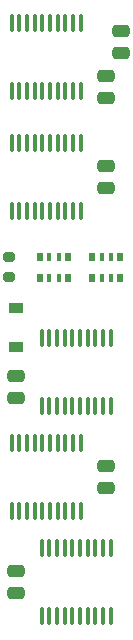
<source format=gbp>
G04 #@! TF.GenerationSoftware,KiCad,Pcbnew,(6.0.9)*
G04 #@! TF.CreationDate,2025-04-02T09:35:11+02:00*
G04 #@! TF.ProjectId,Sombrero_MSX_Goa'uld,536f6d62-7265-4726-9f5f-4d53585f476f,rev?*
G04 #@! TF.SameCoordinates,Original*
G04 #@! TF.FileFunction,Paste,Bot*
G04 #@! TF.FilePolarity,Positive*
%FSLAX46Y46*%
G04 Gerber Fmt 4.6, Leading zero omitted, Abs format (unit mm)*
G04 Created by KiCad (PCBNEW (6.0.9)) date 2025-04-02 09:35:11*
%MOMM*%
%LPD*%
G01*
G04 APERTURE LIST*
G04 Aperture macros list*
%AMRoundRect*
0 Rectangle with rounded corners*
0 $1 Rounding radius*
0 $2 $3 $4 $5 $6 $7 $8 $9 X,Y pos of 4 corners*
0 Add a 4 corners polygon primitive as box body*
4,1,4,$2,$3,$4,$5,$6,$7,$8,$9,$2,$3,0*
0 Add four circle primitives for the rounded corners*
1,1,$1+$1,$2,$3*
1,1,$1+$1,$4,$5*
1,1,$1+$1,$6,$7*
1,1,$1+$1,$8,$9*
0 Add four rect primitives between the rounded corners*
20,1,$1+$1,$2,$3,$4,$5,0*
20,1,$1+$1,$4,$5,$6,$7,0*
20,1,$1+$1,$6,$7,$8,$9,0*
20,1,$1+$1,$8,$9,$2,$3,0*%
G04 Aperture macros list end*
%ADD10RoundRect,0.100000X0.100000X-0.637500X0.100000X0.637500X-0.100000X0.637500X-0.100000X-0.637500X0*%
%ADD11RoundRect,0.100000X-0.100000X0.637500X-0.100000X-0.637500X0.100000X-0.637500X0.100000X0.637500X0*%
%ADD12RoundRect,0.250000X-0.475000X0.250000X-0.475000X-0.250000X0.475000X-0.250000X0.475000X0.250000X0*%
%ADD13R,0.500000X0.800000*%
%ADD14R,0.400000X0.800000*%
%ADD15R,1.200000X0.900000*%
%ADD16RoundRect,0.250000X0.475000X-0.250000X0.475000X0.250000X-0.475000X0.250000X-0.475000X-0.250000X0*%
%ADD17RoundRect,0.200000X-0.275000X0.200000X-0.275000X-0.200000X0.275000X-0.200000X0.275000X0.200000X0*%
G04 APERTURE END LIST*
D10*
X148975000Y-91762500D03*
X148325000Y-91762500D03*
X147675000Y-91762500D03*
X147025000Y-91762500D03*
X146375000Y-91762500D03*
X145725000Y-91762500D03*
X145075000Y-91762500D03*
X144425000Y-91762500D03*
X143775000Y-91762500D03*
X143125000Y-91762500D03*
X143125000Y-86037500D03*
X143775000Y-86037500D03*
X144425000Y-86037500D03*
X145075000Y-86037500D03*
X145725000Y-86037500D03*
X146375000Y-86037500D03*
X147025000Y-86037500D03*
X147675000Y-86037500D03*
X148325000Y-86037500D03*
X148975000Y-86037500D03*
D11*
X145665000Y-120327500D03*
X146315000Y-120327500D03*
X146965000Y-120327500D03*
X147615000Y-120327500D03*
X148265000Y-120327500D03*
X148915000Y-120327500D03*
X149565000Y-120327500D03*
X150215000Y-120327500D03*
X150865000Y-120327500D03*
X151515000Y-120327500D03*
X151515000Y-126052500D03*
X150865000Y-126052500D03*
X150215000Y-126052500D03*
X149565000Y-126052500D03*
X148915000Y-126052500D03*
X148265000Y-126052500D03*
X147615000Y-126052500D03*
X146965000Y-126052500D03*
X146315000Y-126052500D03*
X145665000Y-126052500D03*
X145665000Y-102547500D03*
X146315000Y-102547500D03*
X146965000Y-102547500D03*
X147615000Y-102547500D03*
X148265000Y-102547500D03*
X148915000Y-102547500D03*
X149565000Y-102547500D03*
X150215000Y-102547500D03*
X150865000Y-102547500D03*
X151515000Y-102547500D03*
X151515000Y-108272500D03*
X150865000Y-108272500D03*
X150215000Y-108272500D03*
X149565000Y-108272500D03*
X148915000Y-108272500D03*
X148265000Y-108272500D03*
X147615000Y-108272500D03*
X146965000Y-108272500D03*
X146315000Y-108272500D03*
X145665000Y-108272500D03*
D12*
X151130000Y-113350000D03*
X151130000Y-115250000D03*
D10*
X148975000Y-117162500D03*
X148325000Y-117162500D03*
X147675000Y-117162500D03*
X147025000Y-117162500D03*
X146375000Y-117162500D03*
X145725000Y-117162500D03*
X145075000Y-117162500D03*
X144425000Y-117162500D03*
X143775000Y-117162500D03*
X143125000Y-117162500D03*
X143125000Y-111437500D03*
X143775000Y-111437500D03*
X144425000Y-111437500D03*
X145075000Y-111437500D03*
X145725000Y-111437500D03*
X146375000Y-111437500D03*
X147025000Y-111437500D03*
X147675000Y-111437500D03*
X148325000Y-111437500D03*
X148975000Y-111437500D03*
D12*
X152400000Y-76520000D03*
X152400000Y-78420000D03*
D13*
X145485000Y-95620000D03*
D14*
X146285000Y-95620000D03*
X147085000Y-95620000D03*
D13*
X147885000Y-95620000D03*
X147885000Y-97420000D03*
D14*
X147085000Y-97420000D03*
X146285000Y-97420000D03*
D13*
X145485000Y-97420000D03*
D15*
X143510000Y-99950000D03*
X143510000Y-103250000D03*
D13*
X149930000Y-95620000D03*
D14*
X150730000Y-95620000D03*
X151530000Y-95620000D03*
D13*
X152330000Y-95620000D03*
X152330000Y-97420000D03*
D14*
X151530000Y-97420000D03*
X150730000Y-97420000D03*
D13*
X149930000Y-97420000D03*
D16*
X143510000Y-124140000D03*
X143510000Y-122240000D03*
D12*
X143510000Y-105730000D03*
X143510000Y-107630000D03*
X151130000Y-87950000D03*
X151130000Y-89850000D03*
X151130000Y-80330000D03*
X151130000Y-82230000D03*
D10*
X148975000Y-81602500D03*
X148325000Y-81602500D03*
X147675000Y-81602500D03*
X147025000Y-81602500D03*
X146375000Y-81602500D03*
X145725000Y-81602500D03*
X145075000Y-81602500D03*
X144425000Y-81602500D03*
X143775000Y-81602500D03*
X143125000Y-81602500D03*
X143125000Y-75877500D03*
X143775000Y-75877500D03*
X144425000Y-75877500D03*
X145075000Y-75877500D03*
X145725000Y-75877500D03*
X146375000Y-75877500D03*
X147025000Y-75877500D03*
X147675000Y-75877500D03*
X148325000Y-75877500D03*
X148975000Y-75877500D03*
D17*
X142875000Y-95695000D03*
X142875000Y-97345000D03*
M02*

</source>
